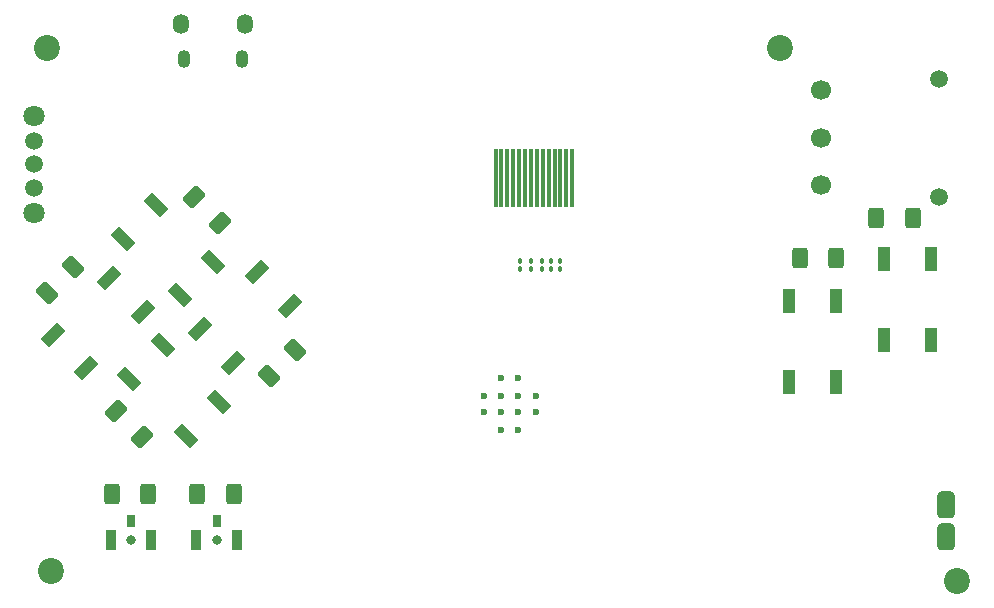
<source format=gts>
%TF.GenerationSoftware,KiCad,Pcbnew,6.0.2+dfsg-1*%
%TF.CreationDate,2023-04-19T23:44:20+02:00*%
%TF.ProjectId,picopico,7069636f-7069-4636-9f2e-6b696361645f,rev?*%
%TF.SameCoordinates,Original*%
%TF.FileFunction,Soldermask,Top*%
%TF.FilePolarity,Negative*%
%FSLAX46Y46*%
G04 Gerber Fmt 4.6, Leading zero omitted, Abs format (unit mm)*
G04 Created by KiCad (PCBNEW 6.0.2+dfsg-1) date 2023-04-19 23:44:20*
%MOMM*%
%LPD*%
G01*
G04 APERTURE LIST*
G04 Aperture macros list*
%AMRoundRect*
0 Rectangle with rounded corners*
0 $1 Rounding radius*
0 $2 $3 $4 $5 $6 $7 $8 $9 X,Y pos of 4 corners*
0 Add a 4 corners polygon primitive as box body*
4,1,4,$2,$3,$4,$5,$6,$7,$8,$9,$2,$3,0*
0 Add four circle primitives for the rounded corners*
1,1,$1+$1,$2,$3*
1,1,$1+$1,$4,$5*
1,1,$1+$1,$6,$7*
1,1,$1+$1,$8,$9*
0 Add four rect primitives between the rounded corners*
20,1,$1+$1,$2,$3,$4,$5,0*
20,1,$1+$1,$4,$5,$6,$7,0*
20,1,$1+$1,$6,$7,$8,$9,0*
20,1,$1+$1,$8,$9,$2,$3,0*%
%AMRotRect*
0 Rectangle, with rotation*
0 The origin of the aperture is its center*
0 $1 length*
0 $2 width*
0 $3 Rotation angle, in degrees counterclockwise*
0 Add horizontal line*
21,1,$1,$2,0,0,$3*%
G04 Aperture macros list end*
%ADD10RoundRect,0.381000X0.381000X-0.762000X0.381000X0.762000X-0.381000X0.762000X-0.381000X-0.762000X0*%
%ADD11RotRect,2.000000X1.000000X225.000000*%
%ADD12RoundRect,0.250000X0.400000X0.625000X-0.400000X0.625000X-0.400000X-0.625000X0.400000X-0.625000X0*%
%ADD13RoundRect,0.100000X0.100000X-0.130000X0.100000X0.130000X-0.100000X0.130000X-0.100000X-0.130000X0*%
%ADD14C,2.200000*%
%ADD15C,0.800000*%
%ADD16R,0.900000X1.700000*%
%ADD17R,0.800000X1.100000*%
%ADD18RoundRect,0.250000X0.159099X-0.724784X0.724784X-0.159099X-0.159099X0.724784X-0.724784X0.159099X0*%
%ADD19RoundRect,0.250000X-0.400000X-0.625000X0.400000X-0.625000X0.400000X0.625000X-0.400000X0.625000X0*%
%ADD20R,0.400000X5.000000*%
%ADD21RotRect,2.000000X1.000000X45.000000*%
%ADD22R,1.000000X2.000000*%
%ADD23RotRect,2.000000X1.000000X135.000000*%
%ADD24RotRect,2.000000X1.000000X315.000000*%
%ADD25RoundRect,0.250000X-0.724784X-0.159099X-0.159099X-0.724784X0.724784X0.159099X0.159099X0.724784X0*%
%ADD26C,1.800000*%
%ADD27C,1.500000*%
%ADD28C,0.600000*%
%ADD29C,1.700000*%
%ADD30O,1.350000X1.700000*%
%ADD31O,1.100000X1.500000*%
G04 APERTURE END LIST*
D10*
%TO.C,LS1*%
X152802000Y-59685000D03*
X152802000Y-56985000D03*
%TD*%
D11*
%TO.C,SW_B1*%
X92489333Y-44961755D03*
X97297659Y-40153429D03*
X89660906Y-42133328D03*
X94469232Y-37325002D03*
%TD*%
D12*
%TO.C,R5*%
X143562000Y-36127000D03*
X140462000Y-36127000D03*
%TD*%
D13*
%TO.C,R13*%
X116802000Y-37030000D03*
X116802000Y-36390000D03*
%TD*%
D14*
%TO.C,H5*%
X77102000Y-62610000D03*
%TD*%
%TO.C,H2*%
X76708000Y-18288000D03*
%TD*%
D15*
%TO.C,SW7*%
X91079400Y-59978000D03*
D16*
X92779400Y-59978000D03*
X89379400Y-59978000D03*
D17*
X91079400Y-58338000D03*
%TD*%
D18*
%TO.C,R2*%
X76698100Y-39094232D03*
X78890132Y-36902200D03*
%TD*%
D19*
%TO.C,R7*%
X89452000Y-56110000D03*
X92552000Y-56110000D03*
%TD*%
D13*
%TO.C,R15*%
X118602000Y-37030000D03*
X118602000Y-36390000D03*
%TD*%
D20*
%TO.C,J2*%
X114702000Y-29300000D03*
X115202000Y-29300000D03*
X115702000Y-29300000D03*
X116202000Y-29300000D03*
X116702000Y-29300000D03*
X117202000Y-29300000D03*
X117702000Y-29300000D03*
X118202000Y-29300000D03*
X118702000Y-29300000D03*
X119202000Y-29300000D03*
X119702000Y-29300000D03*
X120202000Y-29300000D03*
X120702000Y-29300000D03*
X121202000Y-29300000D03*
%TD*%
D21*
%TO.C,SW_T1*%
X77206973Y-42621203D03*
X82015299Y-37812877D03*
X84843726Y-40641304D03*
X80035400Y-45449630D03*
%TD*%
D14*
%TO.C,H3*%
X138802000Y-18310000D03*
%TD*%
D13*
%TO.C,R16*%
X119402000Y-37030000D03*
X119402000Y-36390000D03*
%TD*%
%TO.C,R17*%
X120202000Y-37030000D03*
X120202000Y-36390000D03*
%TD*%
D22*
%TO.C,SW6*%
X147602000Y-36211000D03*
X147602000Y-43011000D03*
X151602000Y-36211000D03*
X151602000Y-43011000D03*
%TD*%
%TO.C,SW5*%
X139510000Y-39767000D03*
X139510000Y-46567000D03*
X143510000Y-46567000D03*
X143510000Y-39767000D03*
%TD*%
D23*
%TO.C,SW3*%
X88487703Y-51132959D03*
X83679377Y-46324633D03*
X91316130Y-48304532D03*
X86507804Y-43496206D03*
%TD*%
D18*
%TO.C,R3*%
X95494100Y-46079232D03*
X97686132Y-43887200D03*
%TD*%
D24*
%TO.C,SW_L1*%
X85979000Y-31640674D03*
X90787326Y-36449000D03*
X83150573Y-34469101D03*
X87958899Y-39277427D03*
%TD*%
D25*
%TO.C,R4*%
X82540100Y-49094200D03*
X84732132Y-51286232D03*
%TD*%
D14*
%TO.C,H1*%
X153802000Y-63410000D03*
%TD*%
D19*
%TO.C,R8*%
X82215400Y-56110000D03*
X85315400Y-56110000D03*
%TD*%
D25*
%TO.C,R1*%
X89144100Y-30933200D03*
X91336132Y-33125232D03*
%TD*%
D13*
%TO.C,R14*%
X117702000Y-37030000D03*
X117702000Y-36390000D03*
%TD*%
D15*
%TO.C,SW8*%
X83842800Y-59978600D03*
D16*
X85542800Y-59978600D03*
X82142800Y-59978600D03*
D17*
X83842800Y-58338600D03*
%TD*%
D12*
%TO.C,R6*%
X150039000Y-32698000D03*
X146939000Y-32698000D03*
%TD*%
D26*
%TO.C,SW1*%
X75651000Y-32285000D03*
X75651000Y-24085000D03*
D27*
X75651000Y-30185000D03*
X75651000Y-28185000D03*
X75651000Y-26185000D03*
%TD*%
D28*
%TO.C,U1*%
X116598800Y-49160000D03*
X116598800Y-47760000D03*
X116596199Y-50663555D03*
X118098800Y-49160000D03*
X115195245Y-46261572D03*
X115198800Y-49160000D03*
X113698286Y-49163040D03*
X113698286Y-47762087D03*
X118098800Y-47760000D03*
X115198800Y-50660000D03*
X116598800Y-46260000D03*
X115198800Y-47760000D03*
%TD*%
D27*
%TO.C,U2*%
X152233000Y-30908000D03*
X152233000Y-20908000D03*
D29*
X142233000Y-29908000D03*
X142233000Y-25908000D03*
X142233000Y-21908000D03*
%TD*%
D30*
%TO.C,J3*%
X88050000Y-16284000D03*
D31*
X88360000Y-19284000D03*
X93200000Y-19284000D03*
D30*
X93510000Y-16284000D03*
%TD*%
M02*

</source>
